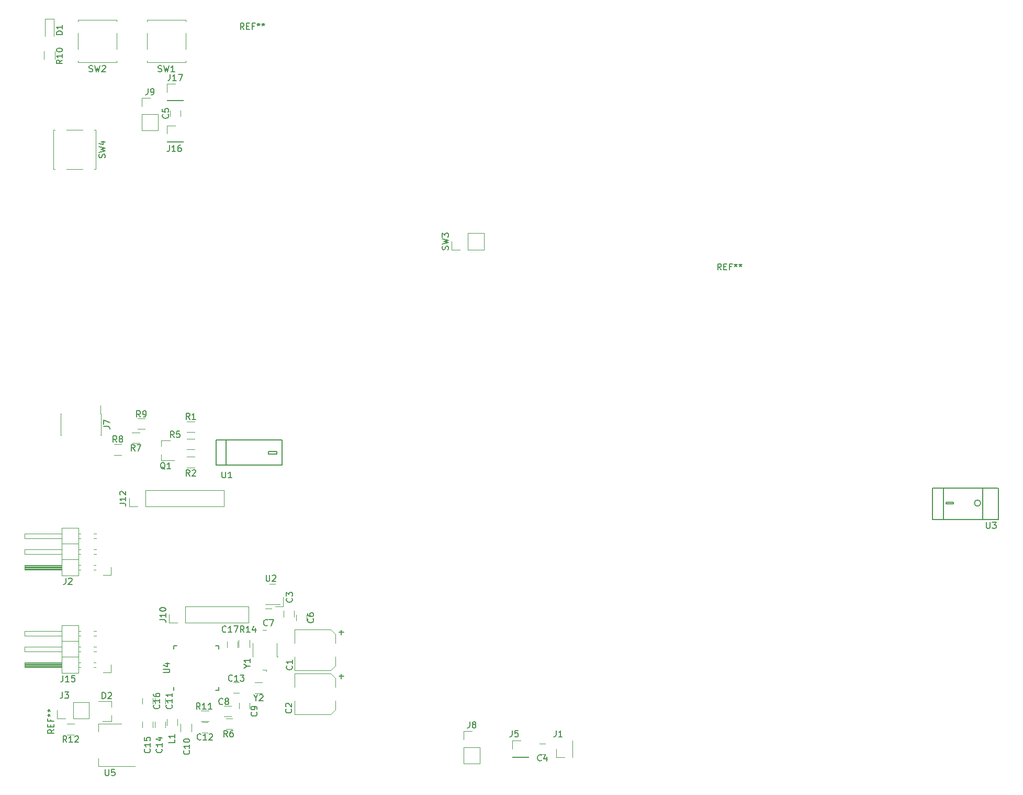
<source format=gto>
G04 #@! TF.FileFunction,Legend,Top*
%FSLAX46Y46*%
G04 Gerber Fmt 4.6, Leading zero omitted, Abs format (unit mm)*
G04 Created by KiCad (PCBNEW 4.0.7) date 05/01/18 21:21:02*
%MOMM*%
%LPD*%
G01*
G04 APERTURE LIST*
%ADD10C,0.020000*%
%ADD11C,0.200000*%
%ADD12C,0.120000*%
%ADD13C,0.150000*%
G04 APERTURE END LIST*
D10*
D11*
X118465600Y-111683800D02*
X118465600Y-111277400D01*
X119837200Y-111683800D02*
X118465600Y-111683800D01*
X119837200Y-111277400D02*
X119837200Y-111683800D01*
X118465600Y-111277400D02*
X119837200Y-111277400D01*
X110032800Y-109474000D02*
X110083600Y-109474000D01*
X110032800Y-113487200D02*
X110032800Y-109474000D01*
X120650000Y-113487200D02*
X110032800Y-113487200D01*
X120650000Y-109474000D02*
X120650000Y-113487200D01*
X110058200Y-109474000D02*
X120650000Y-109474000D01*
D12*
X129284000Y-140843000D02*
X129284000Y-142263000D01*
X122684000Y-140083000D02*
X122684000Y-142263000D01*
X122684000Y-146683000D02*
X122684000Y-144503000D01*
X129284000Y-145923000D02*
X129284000Y-144503000D01*
X122684000Y-140083000D02*
X128524000Y-140083000D01*
X128524000Y-140083000D02*
X129284000Y-140843000D01*
X129284000Y-145923000D02*
X128524000Y-146683000D01*
X128524000Y-146683000D02*
X122684000Y-146683000D01*
X129284000Y-147955000D02*
X129284000Y-149375000D01*
X122684000Y-147195000D02*
X122684000Y-149375000D01*
X122684000Y-153795000D02*
X122684000Y-151615000D01*
X129284000Y-153035000D02*
X129284000Y-151615000D01*
X122684000Y-147195000D02*
X128524000Y-147195000D01*
X128524000Y-147195000D02*
X129284000Y-147955000D01*
X129284000Y-153035000D02*
X128524000Y-153795000D01*
X128524000Y-153795000D02*
X122684000Y-153795000D01*
X83758000Y-41380000D02*
X82358000Y-41380000D01*
X82358000Y-41380000D02*
X82358000Y-44180000D01*
X83758000Y-41380000D02*
X83758000Y-44180000D01*
X93089000Y-154869000D02*
X93089000Y-153939000D01*
X93089000Y-151709000D02*
X93089000Y-152639000D01*
X93089000Y-151709000D02*
X90929000Y-151709000D01*
X93089000Y-154869000D02*
X91629000Y-154869000D01*
X115249000Y-138998000D02*
X115249000Y-136338000D01*
X105029000Y-138998000D02*
X115249000Y-138998000D01*
X105029000Y-136338000D02*
X115249000Y-136338000D01*
X105029000Y-138998000D02*
X105029000Y-136338000D01*
X103759000Y-138998000D02*
X102429000Y-138998000D01*
X102429000Y-138998000D02*
X102429000Y-137668000D01*
X101094000Y-109545000D02*
X101094000Y-110475000D01*
X101094000Y-112705000D02*
X101094000Y-111775000D01*
X101094000Y-112705000D02*
X103254000Y-112705000D01*
X101094000Y-109545000D02*
X102554000Y-109545000D01*
X153349000Y-78673000D02*
X153349000Y-76013000D01*
X150749000Y-78673000D02*
X153349000Y-78673000D01*
X150749000Y-76013000D02*
X153349000Y-76013000D01*
X150749000Y-78673000D02*
X150749000Y-76013000D01*
X149479000Y-78673000D02*
X148149000Y-78673000D01*
X148149000Y-78673000D02*
X148149000Y-77343000D01*
X120826000Y-134866000D02*
X120826000Y-136366000D01*
X120826000Y-136366000D02*
X119626000Y-136366000D01*
X118626000Y-132746000D02*
X119626000Y-132746000D01*
X120376000Y-135986000D02*
X118006000Y-135986000D01*
X90927000Y-155340000D02*
X90927000Y-156600000D01*
X90927000Y-162160000D02*
X90927000Y-160900000D01*
X94687000Y-155340000D02*
X90927000Y-155340000D01*
X96937000Y-162160000D02*
X90927000Y-162160000D01*
X118156000Y-146823000D02*
X118156000Y-146583000D01*
X118156000Y-146583000D02*
X117556000Y-146583000D01*
X117556000Y-140183000D02*
X118156000Y-140183000D01*
X115906000Y-144483000D02*
X115906000Y-142283000D01*
X119806000Y-142283000D02*
X119806000Y-144483000D01*
X119806000Y-144483000D02*
X120046000Y-144483000D01*
X102528000Y-56142000D02*
X102528000Y-57142000D01*
X104228000Y-57142000D02*
X104228000Y-56142000D01*
X122643000Y-138041000D02*
X122643000Y-137041000D01*
X120943000Y-137041000D02*
X120943000Y-138041000D01*
X162314000Y-160235000D02*
X163314000Y-160235000D01*
X163314000Y-158535000D02*
X162314000Y-158535000D01*
X124675000Y-138676000D02*
X124675000Y-137676000D01*
X122975000Y-137676000D02*
X122975000Y-138676000D01*
X117991000Y-138391000D02*
X118991000Y-138391000D01*
X118991000Y-136691000D02*
X117991000Y-136691000D01*
X112641000Y-154471000D02*
X111641000Y-154471000D01*
X111641000Y-156171000D02*
X112641000Y-156171000D01*
X113704000Y-151900000D02*
X113704000Y-152900000D01*
X115404000Y-152900000D02*
X115404000Y-151900000D01*
X103720000Y-155567000D02*
X103720000Y-154567000D01*
X102020000Y-154567000D02*
X102020000Y-155567000D01*
X101815000Y-152138000D02*
X101815000Y-151138000D01*
X100115000Y-151138000D02*
X100115000Y-152138000D01*
X107704000Y-156806000D02*
X108704000Y-156806000D01*
X108704000Y-155106000D02*
X107704000Y-155106000D01*
X113784000Y-148629000D02*
X112784000Y-148629000D01*
X112784000Y-150329000D02*
X113784000Y-150329000D01*
X100115000Y-154948000D02*
X100115000Y-155948000D01*
X101815000Y-155948000D02*
X101815000Y-154948000D01*
X98083000Y-154948000D02*
X98083000Y-155948000D01*
X99783000Y-155948000D02*
X99783000Y-154948000D01*
X99783000Y-152138000D02*
X99783000Y-151138000D01*
X98083000Y-151138000D02*
X98083000Y-152138000D01*
X113499000Y-142994000D02*
X113499000Y-141994000D01*
X111799000Y-141994000D02*
X111799000Y-142994000D01*
X106036000Y-155356000D02*
X106036000Y-156556000D01*
X104276000Y-156556000D02*
X104276000Y-155356000D01*
X105318000Y-106435000D02*
X106518000Y-106435000D01*
X106518000Y-108195000D02*
X105318000Y-108195000D01*
X106518000Y-113910000D02*
X105318000Y-113910000D01*
X105318000Y-112150000D02*
X106518000Y-112150000D01*
X111287000Y-152409000D02*
X112487000Y-152409000D01*
X112487000Y-154169000D02*
X111287000Y-154169000D01*
X96428000Y-108213000D02*
X97628000Y-108213000D01*
X97628000Y-109973000D02*
X96428000Y-109973000D01*
X94707000Y-111878000D02*
X93507000Y-111878000D01*
X93507000Y-110118000D02*
X94707000Y-110118000D01*
X97317000Y-105927000D02*
X98517000Y-105927000D01*
X98517000Y-107687000D02*
X97317000Y-107687000D01*
X83938000Y-46644000D02*
X83938000Y-47844000D01*
X82178000Y-47844000D02*
X82178000Y-46644000D01*
X107604000Y-153171000D02*
X108804000Y-153171000D01*
X108804000Y-154931000D02*
X107604000Y-154931000D01*
X115434000Y-141767000D02*
X115434000Y-142967000D01*
X113674000Y-142967000D02*
X113674000Y-141767000D01*
X91373000Y-105169000D02*
X91373000Y-108699000D01*
X84903000Y-105169000D02*
X84903000Y-108699000D01*
X91308000Y-103844000D02*
X91308000Y-105169000D01*
X91373000Y-105169000D02*
X91308000Y-105169000D01*
X91373000Y-108699000D02*
X91308000Y-108699000D01*
X84968000Y-105169000D02*
X84903000Y-105169000D01*
X84968000Y-108699000D02*
X84903000Y-108699000D01*
X106518000Y-110989000D02*
X105318000Y-110989000D01*
X105318000Y-109229000D02*
X106518000Y-109229000D01*
X85887000Y-155330000D02*
X87087000Y-155330000D01*
X87087000Y-157090000D02*
X85887000Y-157090000D01*
X111312000Y-120202000D02*
X111312000Y-117542000D01*
X98552000Y-120202000D02*
X111312000Y-120202000D01*
X98552000Y-117542000D02*
X111312000Y-117542000D01*
X98552000Y-120202000D02*
X98552000Y-117542000D01*
X97282000Y-120202000D02*
X95952000Y-120202000D01*
X95952000Y-120202000D02*
X95952000Y-118872000D01*
X89468000Y-154492000D02*
X89468000Y-151832000D01*
X86868000Y-154492000D02*
X89468000Y-154492000D01*
X86868000Y-151832000D02*
X89468000Y-151832000D01*
X86868000Y-154492000D02*
X86868000Y-151832000D01*
X85598000Y-154492000D02*
X84268000Y-154492000D01*
X84268000Y-154492000D02*
X84268000Y-153162000D01*
X150054000Y-161731000D02*
X152714000Y-161731000D01*
X150054000Y-159131000D02*
X150054000Y-161731000D01*
X152714000Y-159131000D02*
X152714000Y-161731000D01*
X150054000Y-159131000D02*
X152714000Y-159131000D01*
X150054000Y-157861000D02*
X150054000Y-156531000D01*
X150054000Y-156531000D02*
X151384000Y-156531000D01*
X97984000Y-59369000D02*
X100644000Y-59369000D01*
X97984000Y-56769000D02*
X97984000Y-59369000D01*
X100644000Y-56769000D02*
X100644000Y-59369000D01*
X97984000Y-56769000D02*
X100644000Y-56769000D01*
X97984000Y-55499000D02*
X97984000Y-54169000D01*
X97984000Y-54169000D02*
X99314000Y-54169000D01*
X87714000Y-131378000D02*
X87714000Y-123638000D01*
X87714000Y-123638000D02*
X85054000Y-123638000D01*
X85054000Y-123638000D02*
X85054000Y-131378000D01*
X85054000Y-131378000D02*
X87714000Y-131378000D01*
X85054000Y-130428000D02*
X79054000Y-130428000D01*
X79054000Y-130428000D02*
X79054000Y-129668000D01*
X79054000Y-129668000D02*
X85054000Y-129668000D01*
X85054000Y-130368000D02*
X79054000Y-130368000D01*
X85054000Y-130248000D02*
X79054000Y-130248000D01*
X85054000Y-130128000D02*
X79054000Y-130128000D01*
X85054000Y-130008000D02*
X79054000Y-130008000D01*
X85054000Y-129888000D02*
X79054000Y-129888000D01*
X85054000Y-129768000D02*
X79054000Y-129768000D01*
X88111071Y-130428000D02*
X87714000Y-130428000D01*
X88111071Y-129668000D02*
X87714000Y-129668000D01*
X90584000Y-130428000D02*
X90196929Y-130428000D01*
X90584000Y-129668000D02*
X90196929Y-129668000D01*
X87714000Y-128778000D02*
X85054000Y-128778000D01*
X85054000Y-127888000D02*
X79054000Y-127888000D01*
X79054000Y-127888000D02*
X79054000Y-127128000D01*
X79054000Y-127128000D02*
X85054000Y-127128000D01*
X88111071Y-127888000D02*
X87714000Y-127888000D01*
X88111071Y-127128000D02*
X87714000Y-127128000D01*
X90651071Y-127888000D02*
X90196929Y-127888000D01*
X90651071Y-127128000D02*
X90196929Y-127128000D01*
X87714000Y-126238000D02*
X85054000Y-126238000D01*
X85054000Y-125348000D02*
X79054000Y-125348000D01*
X79054000Y-125348000D02*
X79054000Y-124588000D01*
X79054000Y-124588000D02*
X85054000Y-124588000D01*
X88111071Y-125348000D02*
X87714000Y-125348000D01*
X88111071Y-124588000D02*
X87714000Y-124588000D01*
X90651071Y-125348000D02*
X90196929Y-125348000D01*
X90651071Y-124588000D02*
X90196929Y-124588000D01*
X92964000Y-130048000D02*
X92964000Y-131318000D01*
X92964000Y-131318000D02*
X91694000Y-131318000D01*
X87714000Y-147126000D02*
X87714000Y-139386000D01*
X87714000Y-139386000D02*
X85054000Y-139386000D01*
X85054000Y-139386000D02*
X85054000Y-147126000D01*
X85054000Y-147126000D02*
X87714000Y-147126000D01*
X85054000Y-146176000D02*
X79054000Y-146176000D01*
X79054000Y-146176000D02*
X79054000Y-145416000D01*
X79054000Y-145416000D02*
X85054000Y-145416000D01*
X85054000Y-146116000D02*
X79054000Y-146116000D01*
X85054000Y-145996000D02*
X79054000Y-145996000D01*
X85054000Y-145876000D02*
X79054000Y-145876000D01*
X85054000Y-145756000D02*
X79054000Y-145756000D01*
X85054000Y-145636000D02*
X79054000Y-145636000D01*
X85054000Y-145516000D02*
X79054000Y-145516000D01*
X88111071Y-146176000D02*
X87714000Y-146176000D01*
X88111071Y-145416000D02*
X87714000Y-145416000D01*
X90584000Y-146176000D02*
X90196929Y-146176000D01*
X90584000Y-145416000D02*
X90196929Y-145416000D01*
X87714000Y-144526000D02*
X85054000Y-144526000D01*
X85054000Y-143636000D02*
X79054000Y-143636000D01*
X79054000Y-143636000D02*
X79054000Y-142876000D01*
X79054000Y-142876000D02*
X85054000Y-142876000D01*
X88111071Y-143636000D02*
X87714000Y-143636000D01*
X88111071Y-142876000D02*
X87714000Y-142876000D01*
X90651071Y-143636000D02*
X90196929Y-143636000D01*
X90651071Y-142876000D02*
X90196929Y-142876000D01*
X87714000Y-141986000D02*
X85054000Y-141986000D01*
X85054000Y-141096000D02*
X79054000Y-141096000D01*
X79054000Y-141096000D02*
X79054000Y-140336000D01*
X79054000Y-140336000D02*
X85054000Y-140336000D01*
X88111071Y-141096000D02*
X87714000Y-141096000D01*
X88111071Y-140336000D02*
X87714000Y-140336000D01*
X90651071Y-141096000D02*
X90196929Y-141096000D01*
X90651071Y-140336000D02*
X90196929Y-140336000D01*
X92964000Y-145796000D02*
X92964000Y-147066000D01*
X92964000Y-147066000D02*
X91694000Y-147066000D01*
D13*
X103182000Y-142679000D02*
X103707000Y-142679000D01*
X110432000Y-149929000D02*
X109907000Y-149929000D01*
X110432000Y-142679000D02*
X109907000Y-142679000D01*
X103182000Y-149929000D02*
X103182000Y-149404000D01*
X110432000Y-149929000D02*
X110432000Y-149404000D01*
X110432000Y-142679000D02*
X110432000Y-143204000D01*
X103182000Y-142679000D02*
X103182000Y-143204000D01*
D12*
X167700000Y-160715000D02*
X167700000Y-158055000D01*
X167640000Y-160715000D02*
X167700000Y-160715000D01*
X167640000Y-158055000D02*
X167700000Y-158055000D01*
X167640000Y-160715000D02*
X167640000Y-158055000D01*
X166370000Y-160715000D02*
X165040000Y-160715000D01*
X165040000Y-160715000D02*
X165040000Y-159385000D01*
X157928000Y-160715000D02*
X160588000Y-160715000D01*
X157928000Y-160655000D02*
X157928000Y-160715000D01*
X160588000Y-160655000D02*
X160588000Y-160715000D01*
X157928000Y-160655000D02*
X160588000Y-160655000D01*
X157928000Y-159385000D02*
X157928000Y-158055000D01*
X157928000Y-158055000D02*
X159258000Y-158055000D01*
X102048000Y-61274000D02*
X104708000Y-61274000D01*
X102048000Y-61214000D02*
X102048000Y-61274000D01*
X104708000Y-61214000D02*
X104708000Y-61274000D01*
X102048000Y-61214000D02*
X104708000Y-61214000D01*
X102048000Y-59944000D02*
X102048000Y-58614000D01*
X102048000Y-58614000D02*
X103378000Y-58614000D01*
X102048000Y-54543000D02*
X104708000Y-54543000D01*
X102048000Y-54483000D02*
X102048000Y-54543000D01*
X104708000Y-54483000D02*
X104708000Y-54543000D01*
X102048000Y-54483000D02*
X104708000Y-54483000D01*
X102048000Y-53213000D02*
X102048000Y-51883000D01*
X102048000Y-51883000D02*
X103378000Y-51883000D01*
X116290000Y-148629000D02*
X117490000Y-148629000D01*
X117490000Y-150389000D02*
X116290000Y-150389000D01*
D13*
X111652000Y-113476000D02*
X111652000Y-109476000D01*
X228118300Y-119783700D02*
X229318300Y-119783700D01*
X229318300Y-119783700D02*
X229318300Y-119503700D01*
X229318300Y-119503700D02*
X228118300Y-119503700D01*
X228118300Y-119503700D02*
X228118300Y-119783700D01*
X233718300Y-119643700D02*
G75*
G03X233718300Y-119643700I-500000J0D01*
G01*
X234048300Y-122313700D02*
X234048300Y-117233700D01*
X234048300Y-117233700D02*
X227698300Y-117233700D01*
X227698300Y-117233700D02*
X227698300Y-122313700D01*
X227698300Y-122313700D02*
X234048300Y-122313700D01*
X234048300Y-122313700D02*
X236588300Y-122313700D01*
X236588300Y-122313700D02*
X236588300Y-117233700D01*
X236518300Y-117233700D02*
X225958300Y-117233700D01*
X225958300Y-117233700D02*
X225958300Y-122313700D01*
X225958300Y-122313700D02*
X228498300Y-122313700D01*
D12*
X105131000Y-48158000D02*
X105131000Y-48408000D01*
X105131000Y-48408000D02*
X98831000Y-48408000D01*
X98831000Y-48408000D02*
X98831000Y-48158000D01*
X105131000Y-43658000D02*
X105131000Y-46258000D01*
X98831000Y-41758000D02*
X98831000Y-41508000D01*
X98831000Y-41508000D02*
X105131000Y-41508000D01*
X105131000Y-41508000D02*
X105131000Y-41758000D01*
X98831000Y-46258000D02*
X98831000Y-43658000D01*
X93955000Y-48158000D02*
X93955000Y-48408000D01*
X93955000Y-48408000D02*
X87655000Y-48408000D01*
X87655000Y-48408000D02*
X87655000Y-48158000D01*
X93955000Y-43658000D02*
X93955000Y-46258000D01*
X87655000Y-41758000D02*
X87655000Y-41508000D01*
X87655000Y-41508000D02*
X93955000Y-41508000D01*
X93955000Y-41508000D02*
X93955000Y-41758000D01*
X87655000Y-46258000D02*
X87655000Y-43658000D01*
X90322000Y-59334000D02*
X90572000Y-59334000D01*
X90572000Y-59334000D02*
X90572000Y-65634000D01*
X90572000Y-65634000D02*
X90322000Y-65634000D01*
X85822000Y-59334000D02*
X88422000Y-59334000D01*
X83922000Y-65634000D02*
X83672000Y-65634000D01*
X83672000Y-65634000D02*
X83672000Y-59334000D01*
X83672000Y-59334000D02*
X83922000Y-59334000D01*
X88422000Y-65634000D02*
X85822000Y-65634000D01*
D13*
X122277143Y-145962666D02*
X122324762Y-146010285D01*
X122372381Y-146153142D01*
X122372381Y-146248380D01*
X122324762Y-146391238D01*
X122229524Y-146486476D01*
X122134286Y-146534095D01*
X121943810Y-146581714D01*
X121800952Y-146581714D01*
X121610476Y-146534095D01*
X121515238Y-146486476D01*
X121420000Y-146391238D01*
X121372381Y-146248380D01*
X121372381Y-146153142D01*
X121420000Y-146010285D01*
X121467619Y-145962666D01*
X122372381Y-145010285D02*
X122372381Y-145581714D01*
X122372381Y-145296000D02*
X121372381Y-145296000D01*
X121515238Y-145391238D01*
X121610476Y-145486476D01*
X121658095Y-145581714D01*
X129883048Y-140544429D02*
X130644953Y-140544429D01*
X130264001Y-140925381D02*
X130264001Y-140163476D01*
X122150143Y-152947666D02*
X122197762Y-152995285D01*
X122245381Y-153138142D01*
X122245381Y-153233380D01*
X122197762Y-153376238D01*
X122102524Y-153471476D01*
X122007286Y-153519095D01*
X121816810Y-153566714D01*
X121673952Y-153566714D01*
X121483476Y-153519095D01*
X121388238Y-153471476D01*
X121293000Y-153376238D01*
X121245381Y-153233380D01*
X121245381Y-153138142D01*
X121293000Y-152995285D01*
X121340619Y-152947666D01*
X121340619Y-152566714D02*
X121293000Y-152519095D01*
X121245381Y-152423857D01*
X121245381Y-152185761D01*
X121293000Y-152090523D01*
X121340619Y-152042904D01*
X121435857Y-151995285D01*
X121531095Y-151995285D01*
X121673952Y-152042904D01*
X122245381Y-152614333D01*
X122245381Y-151995285D01*
X129883048Y-147656429D02*
X130644953Y-147656429D01*
X130264001Y-148037381D02*
X130264001Y-147275476D01*
X85161381Y-43918095D02*
X84161381Y-43918095D01*
X84161381Y-43680000D01*
X84209000Y-43537142D01*
X84304238Y-43441904D01*
X84399476Y-43394285D01*
X84589952Y-43346666D01*
X84732810Y-43346666D01*
X84923286Y-43394285D01*
X85018524Y-43441904D01*
X85113762Y-43537142D01*
X85161381Y-43680000D01*
X85161381Y-43918095D01*
X85161381Y-42394285D02*
X85161381Y-42965714D01*
X85161381Y-42680000D02*
X84161381Y-42680000D01*
X84304238Y-42775238D01*
X84399476Y-42870476D01*
X84447095Y-42965714D01*
X91590905Y-151241381D02*
X91590905Y-150241381D01*
X91829000Y-150241381D01*
X91971858Y-150289000D01*
X92067096Y-150384238D01*
X92114715Y-150479476D01*
X92162334Y-150669952D01*
X92162334Y-150812810D01*
X92114715Y-151003286D01*
X92067096Y-151098524D01*
X91971858Y-151193762D01*
X91829000Y-151241381D01*
X91590905Y-151241381D01*
X92543286Y-150336619D02*
X92590905Y-150289000D01*
X92686143Y-150241381D01*
X92924239Y-150241381D01*
X93019477Y-150289000D01*
X93067096Y-150336619D01*
X93114715Y-150431857D01*
X93114715Y-150527095D01*
X93067096Y-150669952D01*
X92495667Y-151241381D01*
X93114715Y-151241381D01*
X100881381Y-138477523D02*
X101595667Y-138477523D01*
X101738524Y-138525143D01*
X101833762Y-138620381D01*
X101881381Y-138763238D01*
X101881381Y-138858476D01*
X101881381Y-137477523D02*
X101881381Y-138048952D01*
X101881381Y-137763238D02*
X100881381Y-137763238D01*
X101024238Y-137858476D01*
X101119476Y-137953714D01*
X101167095Y-138048952D01*
X100881381Y-136858476D02*
X100881381Y-136763237D01*
X100929000Y-136667999D01*
X100976619Y-136620380D01*
X101071857Y-136572761D01*
X101262333Y-136525142D01*
X101500429Y-136525142D01*
X101690905Y-136572761D01*
X101786143Y-136620380D01*
X101833762Y-136667999D01*
X101881381Y-136763237D01*
X101881381Y-136858476D01*
X101833762Y-136953714D01*
X101786143Y-137001333D01*
X101690905Y-137048952D01*
X101500429Y-137096571D01*
X101262333Y-137096571D01*
X101071857Y-137048952D01*
X100976619Y-137001333D01*
X100929000Y-136953714D01*
X100881381Y-136858476D01*
X101758762Y-114172619D02*
X101663524Y-114125000D01*
X101568286Y-114029762D01*
X101425429Y-113886905D01*
X101330190Y-113839286D01*
X101234952Y-113839286D01*
X101282571Y-114077381D02*
X101187333Y-114029762D01*
X101092095Y-113934524D01*
X101044476Y-113744048D01*
X101044476Y-113410714D01*
X101092095Y-113220238D01*
X101187333Y-113125000D01*
X101282571Y-113077381D01*
X101473048Y-113077381D01*
X101568286Y-113125000D01*
X101663524Y-113220238D01*
X101711143Y-113410714D01*
X101711143Y-113744048D01*
X101663524Y-113934524D01*
X101568286Y-114029762D01*
X101473048Y-114077381D01*
X101282571Y-114077381D01*
X102663524Y-114077381D02*
X102092095Y-114077381D01*
X102377809Y-114077381D02*
X102377809Y-113077381D01*
X102282571Y-113220238D01*
X102187333Y-113315476D01*
X102092095Y-113363095D01*
X147553762Y-78676333D02*
X147601381Y-78533476D01*
X147601381Y-78295380D01*
X147553762Y-78200142D01*
X147506143Y-78152523D01*
X147410905Y-78104904D01*
X147315667Y-78104904D01*
X147220429Y-78152523D01*
X147172810Y-78200142D01*
X147125190Y-78295380D01*
X147077571Y-78485857D01*
X147029952Y-78581095D01*
X146982333Y-78628714D01*
X146887095Y-78676333D01*
X146791857Y-78676333D01*
X146696619Y-78628714D01*
X146649000Y-78581095D01*
X146601381Y-78485857D01*
X146601381Y-78247761D01*
X146649000Y-78104904D01*
X146601381Y-77771571D02*
X147601381Y-77533476D01*
X146887095Y-77342999D01*
X147601381Y-77152523D01*
X146601381Y-76914428D01*
X146601381Y-76628714D02*
X146601381Y-76009666D01*
X146982333Y-76343000D01*
X146982333Y-76200142D01*
X147029952Y-76104904D01*
X147077571Y-76057285D01*
X147172810Y-76009666D01*
X147410905Y-76009666D01*
X147506143Y-76057285D01*
X147553762Y-76104904D01*
X147601381Y-76200142D01*
X147601381Y-76485857D01*
X147553762Y-76581095D01*
X147506143Y-76628714D01*
X118110095Y-131278381D02*
X118110095Y-132087905D01*
X118157714Y-132183143D01*
X118205333Y-132230762D01*
X118300571Y-132278381D01*
X118491048Y-132278381D01*
X118586286Y-132230762D01*
X118633905Y-132183143D01*
X118681524Y-132087905D01*
X118681524Y-131278381D01*
X119110095Y-131373619D02*
X119157714Y-131326000D01*
X119252952Y-131278381D01*
X119491048Y-131278381D01*
X119586286Y-131326000D01*
X119633905Y-131373619D01*
X119681524Y-131468857D01*
X119681524Y-131564095D01*
X119633905Y-131706952D01*
X119062476Y-132278381D01*
X119681524Y-132278381D01*
X92075095Y-162702381D02*
X92075095Y-163511905D01*
X92122714Y-163607143D01*
X92170333Y-163654762D01*
X92265571Y-163702381D01*
X92456048Y-163702381D01*
X92551286Y-163654762D01*
X92598905Y-163607143D01*
X92646524Y-163511905D01*
X92646524Y-162702381D01*
X93598905Y-162702381D02*
X93122714Y-162702381D01*
X93075095Y-163178571D01*
X93122714Y-163130952D01*
X93217952Y-163083333D01*
X93456048Y-163083333D01*
X93551286Y-163130952D01*
X93598905Y-163178571D01*
X93646524Y-163273810D01*
X93646524Y-163511905D01*
X93598905Y-163607143D01*
X93551286Y-163654762D01*
X93456048Y-163702381D01*
X93217952Y-163702381D01*
X93122714Y-163654762D01*
X93075095Y-163607143D01*
X115038190Y-146018191D02*
X115514381Y-146018191D01*
X114514381Y-146351524D02*
X115038190Y-146018191D01*
X114514381Y-145684857D01*
X115514381Y-144827714D02*
X115514381Y-145399143D01*
X115514381Y-145113429D02*
X114514381Y-145113429D01*
X114657238Y-145208667D01*
X114752476Y-145303905D01*
X114800095Y-145399143D01*
X102235143Y-56808666D02*
X102282762Y-56856285D01*
X102330381Y-56999142D01*
X102330381Y-57094380D01*
X102282762Y-57237238D01*
X102187524Y-57332476D01*
X102092286Y-57380095D01*
X101901810Y-57427714D01*
X101758952Y-57427714D01*
X101568476Y-57380095D01*
X101473238Y-57332476D01*
X101378000Y-57237238D01*
X101330381Y-57094380D01*
X101330381Y-56999142D01*
X101378000Y-56856285D01*
X101425619Y-56808666D01*
X101330381Y-55903904D02*
X101330381Y-56380095D01*
X101806571Y-56427714D01*
X101758952Y-56380095D01*
X101711333Y-56284857D01*
X101711333Y-56046761D01*
X101758952Y-55951523D01*
X101806571Y-55903904D01*
X101901810Y-55856285D01*
X102139905Y-55856285D01*
X102235143Y-55903904D01*
X102282762Y-55951523D01*
X102330381Y-56046761D01*
X102330381Y-56284857D01*
X102282762Y-56380095D01*
X102235143Y-56427714D01*
X122277143Y-135040666D02*
X122324762Y-135088285D01*
X122372381Y-135231142D01*
X122372381Y-135326380D01*
X122324762Y-135469238D01*
X122229524Y-135564476D01*
X122134286Y-135612095D01*
X121943810Y-135659714D01*
X121800952Y-135659714D01*
X121610476Y-135612095D01*
X121515238Y-135564476D01*
X121420000Y-135469238D01*
X121372381Y-135326380D01*
X121372381Y-135231142D01*
X121420000Y-135088285D01*
X121467619Y-135040666D01*
X121372381Y-134707333D02*
X121372381Y-134088285D01*
X121753333Y-134421619D01*
X121753333Y-134278761D01*
X121800952Y-134183523D01*
X121848571Y-134135904D01*
X121943810Y-134088285D01*
X122181905Y-134088285D01*
X122277143Y-134135904D01*
X122324762Y-134183523D01*
X122372381Y-134278761D01*
X122372381Y-134564476D01*
X122324762Y-134659714D01*
X122277143Y-134707333D01*
X162647334Y-161242143D02*
X162599715Y-161289762D01*
X162456858Y-161337381D01*
X162361620Y-161337381D01*
X162218762Y-161289762D01*
X162123524Y-161194524D01*
X162075905Y-161099286D01*
X162028286Y-160908810D01*
X162028286Y-160765952D01*
X162075905Y-160575476D01*
X162123524Y-160480238D01*
X162218762Y-160385000D01*
X162361620Y-160337381D01*
X162456858Y-160337381D01*
X162599715Y-160385000D01*
X162647334Y-160432619D01*
X163504477Y-160670714D02*
X163504477Y-161337381D01*
X163266381Y-160289762D02*
X163028286Y-161004048D01*
X163647334Y-161004048D01*
X125706143Y-138342666D02*
X125753762Y-138390285D01*
X125801381Y-138533142D01*
X125801381Y-138628380D01*
X125753762Y-138771238D01*
X125658524Y-138866476D01*
X125563286Y-138914095D01*
X125372810Y-138961714D01*
X125229952Y-138961714D01*
X125039476Y-138914095D01*
X124944238Y-138866476D01*
X124849000Y-138771238D01*
X124801381Y-138628380D01*
X124801381Y-138533142D01*
X124849000Y-138390285D01*
X124896619Y-138342666D01*
X124801381Y-137485523D02*
X124801381Y-137676000D01*
X124849000Y-137771238D01*
X124896619Y-137818857D01*
X125039476Y-137914095D01*
X125229952Y-137961714D01*
X125610905Y-137961714D01*
X125706143Y-137914095D01*
X125753762Y-137866476D01*
X125801381Y-137771238D01*
X125801381Y-137580761D01*
X125753762Y-137485523D01*
X125706143Y-137437904D01*
X125610905Y-137390285D01*
X125372810Y-137390285D01*
X125277571Y-137437904D01*
X125229952Y-137485523D01*
X125182333Y-137580761D01*
X125182333Y-137771238D01*
X125229952Y-137866476D01*
X125277571Y-137914095D01*
X125372810Y-137961714D01*
X118324334Y-139398143D02*
X118276715Y-139445762D01*
X118133858Y-139493381D01*
X118038620Y-139493381D01*
X117895762Y-139445762D01*
X117800524Y-139350524D01*
X117752905Y-139255286D01*
X117705286Y-139064810D01*
X117705286Y-138921952D01*
X117752905Y-138731476D01*
X117800524Y-138636238D01*
X117895762Y-138541000D01*
X118038620Y-138493381D01*
X118133858Y-138493381D01*
X118276715Y-138541000D01*
X118324334Y-138588619D01*
X118657667Y-138493381D02*
X119324334Y-138493381D01*
X118895762Y-139493381D01*
X111085334Y-152122143D02*
X111037715Y-152169762D01*
X110894858Y-152217381D01*
X110799620Y-152217381D01*
X110656762Y-152169762D01*
X110561524Y-152074524D01*
X110513905Y-151979286D01*
X110466286Y-151788810D01*
X110466286Y-151645952D01*
X110513905Y-151455476D01*
X110561524Y-151360238D01*
X110656762Y-151265000D01*
X110799620Y-151217381D01*
X110894858Y-151217381D01*
X111037715Y-151265000D01*
X111085334Y-151312619D01*
X111656762Y-151645952D02*
X111561524Y-151598333D01*
X111513905Y-151550714D01*
X111466286Y-151455476D01*
X111466286Y-151407857D01*
X111513905Y-151312619D01*
X111561524Y-151265000D01*
X111656762Y-151217381D01*
X111847239Y-151217381D01*
X111942477Y-151265000D01*
X111990096Y-151312619D01*
X112037715Y-151407857D01*
X112037715Y-151455476D01*
X111990096Y-151550714D01*
X111942477Y-151598333D01*
X111847239Y-151645952D01*
X111656762Y-151645952D01*
X111561524Y-151693571D01*
X111513905Y-151741190D01*
X111466286Y-151836429D01*
X111466286Y-152026905D01*
X111513905Y-152122143D01*
X111561524Y-152169762D01*
X111656762Y-152217381D01*
X111847239Y-152217381D01*
X111942477Y-152169762D01*
X111990096Y-152122143D01*
X112037715Y-152026905D01*
X112037715Y-151836429D01*
X111990096Y-151741190D01*
X111942477Y-151693571D01*
X111847239Y-151645952D01*
X116562143Y-153455666D02*
X116609762Y-153503285D01*
X116657381Y-153646142D01*
X116657381Y-153741380D01*
X116609762Y-153884238D01*
X116514524Y-153979476D01*
X116419286Y-154027095D01*
X116228810Y-154074714D01*
X116085952Y-154074714D01*
X115895476Y-154027095D01*
X115800238Y-153979476D01*
X115705000Y-153884238D01*
X115657381Y-153741380D01*
X115657381Y-153646142D01*
X115705000Y-153503285D01*
X115752619Y-153455666D01*
X116657381Y-152979476D02*
X116657381Y-152789000D01*
X116609762Y-152693761D01*
X116562143Y-152646142D01*
X116419286Y-152550904D01*
X116228810Y-152503285D01*
X115847857Y-152503285D01*
X115752619Y-152550904D01*
X115705000Y-152598523D01*
X115657381Y-152693761D01*
X115657381Y-152884238D01*
X115705000Y-152979476D01*
X115752619Y-153027095D01*
X115847857Y-153074714D01*
X116085952Y-153074714D01*
X116181190Y-153027095D01*
X116228810Y-152979476D01*
X116276429Y-152884238D01*
X116276429Y-152693761D01*
X116228810Y-152598523D01*
X116181190Y-152550904D01*
X116085952Y-152503285D01*
X105640143Y-159646857D02*
X105687762Y-159694476D01*
X105735381Y-159837333D01*
X105735381Y-159932571D01*
X105687762Y-160075429D01*
X105592524Y-160170667D01*
X105497286Y-160218286D01*
X105306810Y-160265905D01*
X105163952Y-160265905D01*
X104973476Y-160218286D01*
X104878238Y-160170667D01*
X104783000Y-160075429D01*
X104735381Y-159932571D01*
X104735381Y-159837333D01*
X104783000Y-159694476D01*
X104830619Y-159646857D01*
X105735381Y-158694476D02*
X105735381Y-159265905D01*
X105735381Y-158980191D02*
X104735381Y-158980191D01*
X104878238Y-159075429D01*
X104973476Y-159170667D01*
X105021095Y-159265905D01*
X104735381Y-158075429D02*
X104735381Y-157980190D01*
X104783000Y-157884952D01*
X104830619Y-157837333D01*
X104925857Y-157789714D01*
X105116333Y-157742095D01*
X105354429Y-157742095D01*
X105544905Y-157789714D01*
X105640143Y-157837333D01*
X105687762Y-157884952D01*
X105735381Y-157980190D01*
X105735381Y-158075429D01*
X105687762Y-158170667D01*
X105640143Y-158218286D01*
X105544905Y-158265905D01*
X105354429Y-158313524D01*
X105116333Y-158313524D01*
X104925857Y-158265905D01*
X104830619Y-158218286D01*
X104783000Y-158170667D01*
X104735381Y-158075429D01*
X102822143Y-152280857D02*
X102869762Y-152328476D01*
X102917381Y-152471333D01*
X102917381Y-152566571D01*
X102869762Y-152709429D01*
X102774524Y-152804667D01*
X102679286Y-152852286D01*
X102488810Y-152899905D01*
X102345952Y-152899905D01*
X102155476Y-152852286D01*
X102060238Y-152804667D01*
X101965000Y-152709429D01*
X101917381Y-152566571D01*
X101917381Y-152471333D01*
X101965000Y-152328476D01*
X102012619Y-152280857D01*
X102917381Y-151328476D02*
X102917381Y-151899905D01*
X102917381Y-151614191D02*
X101917381Y-151614191D01*
X102060238Y-151709429D01*
X102155476Y-151804667D01*
X102203095Y-151899905D01*
X102917381Y-150376095D02*
X102917381Y-150947524D01*
X102917381Y-150661810D02*
X101917381Y-150661810D01*
X102060238Y-150757048D01*
X102155476Y-150852286D01*
X102203095Y-150947524D01*
X107561143Y-157837143D02*
X107513524Y-157884762D01*
X107370667Y-157932381D01*
X107275429Y-157932381D01*
X107132571Y-157884762D01*
X107037333Y-157789524D01*
X106989714Y-157694286D01*
X106942095Y-157503810D01*
X106942095Y-157360952D01*
X106989714Y-157170476D01*
X107037333Y-157075238D01*
X107132571Y-156980000D01*
X107275429Y-156932381D01*
X107370667Y-156932381D01*
X107513524Y-156980000D01*
X107561143Y-157027619D01*
X108513524Y-157932381D02*
X107942095Y-157932381D01*
X108227809Y-157932381D02*
X108227809Y-156932381D01*
X108132571Y-157075238D01*
X108037333Y-157170476D01*
X107942095Y-157218095D01*
X108894476Y-157027619D02*
X108942095Y-156980000D01*
X109037333Y-156932381D01*
X109275429Y-156932381D01*
X109370667Y-156980000D01*
X109418286Y-157027619D01*
X109465905Y-157122857D01*
X109465905Y-157218095D01*
X109418286Y-157360952D01*
X108846857Y-157932381D01*
X109465905Y-157932381D01*
X112641143Y-148336143D02*
X112593524Y-148383762D01*
X112450667Y-148431381D01*
X112355429Y-148431381D01*
X112212571Y-148383762D01*
X112117333Y-148288524D01*
X112069714Y-148193286D01*
X112022095Y-148002810D01*
X112022095Y-147859952D01*
X112069714Y-147669476D01*
X112117333Y-147574238D01*
X112212571Y-147479000D01*
X112355429Y-147431381D01*
X112450667Y-147431381D01*
X112593524Y-147479000D01*
X112641143Y-147526619D01*
X113593524Y-148431381D02*
X113022095Y-148431381D01*
X113307809Y-148431381D02*
X113307809Y-147431381D01*
X113212571Y-147574238D01*
X113117333Y-147669476D01*
X113022095Y-147717095D01*
X113926857Y-147431381D02*
X114545905Y-147431381D01*
X114212571Y-147812333D01*
X114355429Y-147812333D01*
X114450667Y-147859952D01*
X114498286Y-147907571D01*
X114545905Y-148002810D01*
X114545905Y-148240905D01*
X114498286Y-148336143D01*
X114450667Y-148383762D01*
X114355429Y-148431381D01*
X114069714Y-148431381D01*
X113974476Y-148383762D01*
X113926857Y-148336143D01*
X101195143Y-159392857D02*
X101242762Y-159440476D01*
X101290381Y-159583333D01*
X101290381Y-159678571D01*
X101242762Y-159821429D01*
X101147524Y-159916667D01*
X101052286Y-159964286D01*
X100861810Y-160011905D01*
X100718952Y-160011905D01*
X100528476Y-159964286D01*
X100433238Y-159916667D01*
X100338000Y-159821429D01*
X100290381Y-159678571D01*
X100290381Y-159583333D01*
X100338000Y-159440476D01*
X100385619Y-159392857D01*
X101290381Y-158440476D02*
X101290381Y-159011905D01*
X101290381Y-158726191D02*
X100290381Y-158726191D01*
X100433238Y-158821429D01*
X100528476Y-158916667D01*
X100576095Y-159011905D01*
X100623714Y-157583333D02*
X101290381Y-157583333D01*
X100242762Y-157821429D02*
X100957048Y-158059524D01*
X100957048Y-157440476D01*
X99290143Y-159392857D02*
X99337762Y-159440476D01*
X99385381Y-159583333D01*
X99385381Y-159678571D01*
X99337762Y-159821429D01*
X99242524Y-159916667D01*
X99147286Y-159964286D01*
X98956810Y-160011905D01*
X98813952Y-160011905D01*
X98623476Y-159964286D01*
X98528238Y-159916667D01*
X98433000Y-159821429D01*
X98385381Y-159678571D01*
X98385381Y-159583333D01*
X98433000Y-159440476D01*
X98480619Y-159392857D01*
X99385381Y-158440476D02*
X99385381Y-159011905D01*
X99385381Y-158726191D02*
X98385381Y-158726191D01*
X98528238Y-158821429D01*
X98623476Y-158916667D01*
X98671095Y-159011905D01*
X98385381Y-157535714D02*
X98385381Y-158011905D01*
X98861571Y-158059524D01*
X98813952Y-158011905D01*
X98766333Y-157916667D01*
X98766333Y-157678571D01*
X98813952Y-157583333D01*
X98861571Y-157535714D01*
X98956810Y-157488095D01*
X99194905Y-157488095D01*
X99290143Y-157535714D01*
X99337762Y-157583333D01*
X99385381Y-157678571D01*
X99385381Y-157916667D01*
X99337762Y-158011905D01*
X99290143Y-158059524D01*
X100790143Y-152280857D02*
X100837762Y-152328476D01*
X100885381Y-152471333D01*
X100885381Y-152566571D01*
X100837762Y-152709429D01*
X100742524Y-152804667D01*
X100647286Y-152852286D01*
X100456810Y-152899905D01*
X100313952Y-152899905D01*
X100123476Y-152852286D01*
X100028238Y-152804667D01*
X99933000Y-152709429D01*
X99885381Y-152566571D01*
X99885381Y-152471333D01*
X99933000Y-152328476D01*
X99980619Y-152280857D01*
X100885381Y-151328476D02*
X100885381Y-151899905D01*
X100885381Y-151614191D02*
X99885381Y-151614191D01*
X100028238Y-151709429D01*
X100123476Y-151804667D01*
X100171095Y-151899905D01*
X99885381Y-150471333D02*
X99885381Y-150661810D01*
X99933000Y-150757048D01*
X99980619Y-150804667D01*
X100123476Y-150899905D01*
X100313952Y-150947524D01*
X100694905Y-150947524D01*
X100790143Y-150899905D01*
X100837762Y-150852286D01*
X100885381Y-150757048D01*
X100885381Y-150566571D01*
X100837762Y-150471333D01*
X100790143Y-150423714D01*
X100694905Y-150376095D01*
X100456810Y-150376095D01*
X100361571Y-150423714D01*
X100313952Y-150471333D01*
X100266333Y-150566571D01*
X100266333Y-150757048D01*
X100313952Y-150852286D01*
X100361571Y-150899905D01*
X100456810Y-150947524D01*
X111625143Y-140438143D02*
X111577524Y-140485762D01*
X111434667Y-140533381D01*
X111339429Y-140533381D01*
X111196571Y-140485762D01*
X111101333Y-140390524D01*
X111053714Y-140295286D01*
X111006095Y-140104810D01*
X111006095Y-139961952D01*
X111053714Y-139771476D01*
X111101333Y-139676238D01*
X111196571Y-139581000D01*
X111339429Y-139533381D01*
X111434667Y-139533381D01*
X111577524Y-139581000D01*
X111625143Y-139628619D01*
X112577524Y-140533381D02*
X112006095Y-140533381D01*
X112291809Y-140533381D02*
X112291809Y-139533381D01*
X112196571Y-139676238D01*
X112101333Y-139771476D01*
X112006095Y-139819095D01*
X112910857Y-139533381D02*
X113577524Y-139533381D01*
X113148952Y-140533381D01*
X103322381Y-157900666D02*
X103322381Y-158376857D01*
X102322381Y-158376857D01*
X103322381Y-157043523D02*
X103322381Y-157614952D01*
X103322381Y-157329238D02*
X102322381Y-157329238D01*
X102465238Y-157424476D01*
X102560476Y-157519714D01*
X102608095Y-157614952D01*
X105751334Y-106116381D02*
X105418000Y-105640190D01*
X105179905Y-106116381D02*
X105179905Y-105116381D01*
X105560858Y-105116381D01*
X105656096Y-105164000D01*
X105703715Y-105211619D01*
X105751334Y-105306857D01*
X105751334Y-105449714D01*
X105703715Y-105544952D01*
X105656096Y-105592571D01*
X105560858Y-105640190D01*
X105179905Y-105640190D01*
X106703715Y-106116381D02*
X106132286Y-106116381D01*
X106418000Y-106116381D02*
X106418000Y-105116381D01*
X106322762Y-105259238D01*
X106227524Y-105354476D01*
X106132286Y-105402095D01*
X105751334Y-115260381D02*
X105418000Y-114784190D01*
X105179905Y-115260381D02*
X105179905Y-114260381D01*
X105560858Y-114260381D01*
X105656096Y-114308000D01*
X105703715Y-114355619D01*
X105751334Y-114450857D01*
X105751334Y-114593714D01*
X105703715Y-114688952D01*
X105656096Y-114736571D01*
X105560858Y-114784190D01*
X105179905Y-114784190D01*
X106132286Y-114355619D02*
X106179905Y-114308000D01*
X106275143Y-114260381D01*
X106513239Y-114260381D01*
X106608477Y-114308000D01*
X106656096Y-114355619D01*
X106703715Y-114450857D01*
X106703715Y-114546095D01*
X106656096Y-114688952D01*
X106084667Y-115260381D01*
X106703715Y-115260381D01*
X111847334Y-157424381D02*
X111514000Y-156948190D01*
X111275905Y-157424381D02*
X111275905Y-156424381D01*
X111656858Y-156424381D01*
X111752096Y-156472000D01*
X111799715Y-156519619D01*
X111847334Y-156614857D01*
X111847334Y-156757714D01*
X111799715Y-156852952D01*
X111752096Y-156900571D01*
X111656858Y-156948190D01*
X111275905Y-156948190D01*
X112704477Y-156424381D02*
X112514000Y-156424381D01*
X112418762Y-156472000D01*
X112371143Y-156519619D01*
X112275905Y-156662476D01*
X112228286Y-156852952D01*
X112228286Y-157233905D01*
X112275905Y-157329143D01*
X112323524Y-157376762D01*
X112418762Y-157424381D01*
X112609239Y-157424381D01*
X112704477Y-157376762D01*
X112752096Y-157329143D01*
X112799715Y-157233905D01*
X112799715Y-156995810D01*
X112752096Y-156900571D01*
X112704477Y-156852952D01*
X112609239Y-156805333D01*
X112418762Y-156805333D01*
X112323524Y-156852952D01*
X112275905Y-156900571D01*
X112228286Y-156995810D01*
X96861334Y-111195381D02*
X96528000Y-110719190D01*
X96289905Y-111195381D02*
X96289905Y-110195381D01*
X96670858Y-110195381D01*
X96766096Y-110243000D01*
X96813715Y-110290619D01*
X96861334Y-110385857D01*
X96861334Y-110528714D01*
X96813715Y-110623952D01*
X96766096Y-110671571D01*
X96670858Y-110719190D01*
X96289905Y-110719190D01*
X97194667Y-110195381D02*
X97861334Y-110195381D01*
X97432762Y-111195381D01*
X93940334Y-109800381D02*
X93607000Y-109324190D01*
X93368905Y-109800381D02*
X93368905Y-108800381D01*
X93749858Y-108800381D01*
X93845096Y-108848000D01*
X93892715Y-108895619D01*
X93940334Y-108990857D01*
X93940334Y-109133714D01*
X93892715Y-109228952D01*
X93845096Y-109276571D01*
X93749858Y-109324190D01*
X93368905Y-109324190D01*
X94511762Y-109228952D02*
X94416524Y-109181333D01*
X94368905Y-109133714D01*
X94321286Y-109038476D01*
X94321286Y-108990857D01*
X94368905Y-108895619D01*
X94416524Y-108848000D01*
X94511762Y-108800381D01*
X94702239Y-108800381D01*
X94797477Y-108848000D01*
X94845096Y-108895619D01*
X94892715Y-108990857D01*
X94892715Y-109038476D01*
X94845096Y-109133714D01*
X94797477Y-109181333D01*
X94702239Y-109228952D01*
X94511762Y-109228952D01*
X94416524Y-109276571D01*
X94368905Y-109324190D01*
X94321286Y-109419429D01*
X94321286Y-109609905D01*
X94368905Y-109705143D01*
X94416524Y-109752762D01*
X94511762Y-109800381D01*
X94702239Y-109800381D01*
X94797477Y-109752762D01*
X94845096Y-109705143D01*
X94892715Y-109609905D01*
X94892715Y-109419429D01*
X94845096Y-109324190D01*
X94797477Y-109276571D01*
X94702239Y-109228952D01*
X97750334Y-105735381D02*
X97417000Y-105259190D01*
X97178905Y-105735381D02*
X97178905Y-104735381D01*
X97559858Y-104735381D01*
X97655096Y-104783000D01*
X97702715Y-104830619D01*
X97750334Y-104925857D01*
X97750334Y-105068714D01*
X97702715Y-105163952D01*
X97655096Y-105211571D01*
X97559858Y-105259190D01*
X97178905Y-105259190D01*
X98226524Y-105735381D02*
X98417000Y-105735381D01*
X98512239Y-105687762D01*
X98559858Y-105640143D01*
X98655096Y-105497286D01*
X98702715Y-105306810D01*
X98702715Y-104925857D01*
X98655096Y-104830619D01*
X98607477Y-104783000D01*
X98512239Y-104735381D01*
X98321762Y-104735381D01*
X98226524Y-104783000D01*
X98178905Y-104830619D01*
X98131286Y-104925857D01*
X98131286Y-105163952D01*
X98178905Y-105259190D01*
X98226524Y-105306810D01*
X98321762Y-105354429D01*
X98512239Y-105354429D01*
X98607477Y-105306810D01*
X98655096Y-105259190D01*
X98702715Y-105163952D01*
X85161381Y-48013857D02*
X84685190Y-48347191D01*
X85161381Y-48585286D02*
X84161381Y-48585286D01*
X84161381Y-48204333D01*
X84209000Y-48109095D01*
X84256619Y-48061476D01*
X84351857Y-48013857D01*
X84494714Y-48013857D01*
X84589952Y-48061476D01*
X84637571Y-48109095D01*
X84685190Y-48204333D01*
X84685190Y-48585286D01*
X85161381Y-47061476D02*
X85161381Y-47632905D01*
X85161381Y-47347191D02*
X84161381Y-47347191D01*
X84304238Y-47442429D01*
X84399476Y-47537667D01*
X84447095Y-47632905D01*
X84161381Y-46442429D02*
X84161381Y-46347190D01*
X84209000Y-46251952D01*
X84256619Y-46204333D01*
X84351857Y-46156714D01*
X84542333Y-46109095D01*
X84780429Y-46109095D01*
X84970905Y-46156714D01*
X85066143Y-46204333D01*
X85113762Y-46251952D01*
X85161381Y-46347190D01*
X85161381Y-46442429D01*
X85113762Y-46537667D01*
X85066143Y-46585286D01*
X84970905Y-46632905D01*
X84780429Y-46680524D01*
X84542333Y-46680524D01*
X84351857Y-46632905D01*
X84256619Y-46585286D01*
X84209000Y-46537667D01*
X84161381Y-46442429D01*
X107434143Y-152979381D02*
X107100809Y-152503190D01*
X106862714Y-152979381D02*
X106862714Y-151979381D01*
X107243667Y-151979381D01*
X107338905Y-152027000D01*
X107386524Y-152074619D01*
X107434143Y-152169857D01*
X107434143Y-152312714D01*
X107386524Y-152407952D01*
X107338905Y-152455571D01*
X107243667Y-152503190D01*
X106862714Y-152503190D01*
X108386524Y-152979381D02*
X107815095Y-152979381D01*
X108100809Y-152979381D02*
X108100809Y-151979381D01*
X108005571Y-152122238D01*
X107910333Y-152217476D01*
X107815095Y-152265095D01*
X109338905Y-152979381D02*
X108767476Y-152979381D01*
X109053190Y-152979381D02*
X109053190Y-151979381D01*
X108957952Y-152122238D01*
X108862714Y-152217476D01*
X108767476Y-152265095D01*
X114546143Y-140533381D02*
X114212809Y-140057190D01*
X113974714Y-140533381D02*
X113974714Y-139533381D01*
X114355667Y-139533381D01*
X114450905Y-139581000D01*
X114498524Y-139628619D01*
X114546143Y-139723857D01*
X114546143Y-139866714D01*
X114498524Y-139961952D01*
X114450905Y-140009571D01*
X114355667Y-140057190D01*
X113974714Y-140057190D01*
X115498524Y-140533381D02*
X114927095Y-140533381D01*
X115212809Y-140533381D02*
X115212809Y-139533381D01*
X115117571Y-139676238D01*
X115022333Y-139771476D01*
X114927095Y-139819095D01*
X116355667Y-139866714D02*
X116355667Y-140533381D01*
X116117571Y-139485762D02*
X115879476Y-140200048D01*
X116498524Y-140200048D01*
X91825381Y-107267333D02*
X92539667Y-107267333D01*
X92682524Y-107314953D01*
X92777762Y-107410191D01*
X92825381Y-107553048D01*
X92825381Y-107648286D01*
X91825381Y-106886381D02*
X91825381Y-106219714D01*
X92825381Y-106648286D01*
X103211334Y-109037381D02*
X102878000Y-108561190D01*
X102639905Y-109037381D02*
X102639905Y-108037381D01*
X103020858Y-108037381D01*
X103116096Y-108085000D01*
X103163715Y-108132619D01*
X103211334Y-108227857D01*
X103211334Y-108370714D01*
X103163715Y-108465952D01*
X103116096Y-108513571D01*
X103020858Y-108561190D01*
X102639905Y-108561190D01*
X104116096Y-108037381D02*
X103639905Y-108037381D01*
X103592286Y-108513571D01*
X103639905Y-108465952D01*
X103735143Y-108418333D01*
X103973239Y-108418333D01*
X104068477Y-108465952D01*
X104116096Y-108513571D01*
X104163715Y-108608810D01*
X104163715Y-108846905D01*
X104116096Y-108942143D01*
X104068477Y-108989762D01*
X103973239Y-109037381D01*
X103735143Y-109037381D01*
X103639905Y-108989762D01*
X103592286Y-108942143D01*
X85844143Y-158312381D02*
X85510809Y-157836190D01*
X85272714Y-158312381D02*
X85272714Y-157312381D01*
X85653667Y-157312381D01*
X85748905Y-157360000D01*
X85796524Y-157407619D01*
X85844143Y-157502857D01*
X85844143Y-157645714D01*
X85796524Y-157740952D01*
X85748905Y-157788571D01*
X85653667Y-157836190D01*
X85272714Y-157836190D01*
X86796524Y-158312381D02*
X86225095Y-158312381D01*
X86510809Y-158312381D02*
X86510809Y-157312381D01*
X86415571Y-157455238D01*
X86320333Y-157550476D01*
X86225095Y-157598095D01*
X87177476Y-157407619D02*
X87225095Y-157360000D01*
X87320333Y-157312381D01*
X87558429Y-157312381D01*
X87653667Y-157360000D01*
X87701286Y-157407619D01*
X87748905Y-157502857D01*
X87748905Y-157598095D01*
X87701286Y-157740952D01*
X87129857Y-158312381D01*
X87748905Y-158312381D01*
X94404381Y-119681523D02*
X95118667Y-119681523D01*
X95261524Y-119729143D01*
X95356762Y-119824381D01*
X95404381Y-119967238D01*
X95404381Y-120062476D01*
X95404381Y-118681523D02*
X95404381Y-119252952D01*
X95404381Y-118967238D02*
X94404381Y-118967238D01*
X94547238Y-119062476D01*
X94642476Y-119157714D01*
X94690095Y-119252952D01*
X94499619Y-118300571D02*
X94452000Y-118252952D01*
X94404381Y-118157714D01*
X94404381Y-117919618D01*
X94452000Y-117824380D01*
X94499619Y-117776761D01*
X94594857Y-117729142D01*
X94690095Y-117729142D01*
X94832952Y-117776761D01*
X95404381Y-118348190D01*
X95404381Y-117729142D01*
X85137667Y-150201381D02*
X85137667Y-150915667D01*
X85090047Y-151058524D01*
X84994809Y-151153762D01*
X84851952Y-151201381D01*
X84756714Y-151201381D01*
X85518619Y-150201381D02*
X86137667Y-150201381D01*
X85804333Y-150582333D01*
X85947191Y-150582333D01*
X86042429Y-150629952D01*
X86090048Y-150677571D01*
X86137667Y-150772810D01*
X86137667Y-151010905D01*
X86090048Y-151106143D01*
X86042429Y-151153762D01*
X85947191Y-151201381D01*
X85661476Y-151201381D01*
X85566238Y-151153762D01*
X85518619Y-151106143D01*
X151050667Y-154983381D02*
X151050667Y-155697667D01*
X151003047Y-155840524D01*
X150907809Y-155935762D01*
X150764952Y-155983381D01*
X150669714Y-155983381D01*
X151669714Y-155411952D02*
X151574476Y-155364333D01*
X151526857Y-155316714D01*
X151479238Y-155221476D01*
X151479238Y-155173857D01*
X151526857Y-155078619D01*
X151574476Y-155031000D01*
X151669714Y-154983381D01*
X151860191Y-154983381D01*
X151955429Y-155031000D01*
X152003048Y-155078619D01*
X152050667Y-155173857D01*
X152050667Y-155221476D01*
X152003048Y-155316714D01*
X151955429Y-155364333D01*
X151860191Y-155411952D01*
X151669714Y-155411952D01*
X151574476Y-155459571D01*
X151526857Y-155507190D01*
X151479238Y-155602429D01*
X151479238Y-155792905D01*
X151526857Y-155888143D01*
X151574476Y-155935762D01*
X151669714Y-155983381D01*
X151860191Y-155983381D01*
X151955429Y-155935762D01*
X152003048Y-155888143D01*
X152050667Y-155792905D01*
X152050667Y-155602429D01*
X152003048Y-155507190D01*
X151955429Y-155459571D01*
X151860191Y-155411952D01*
X98980667Y-52621381D02*
X98980667Y-53335667D01*
X98933047Y-53478524D01*
X98837809Y-53573762D01*
X98694952Y-53621381D01*
X98599714Y-53621381D01*
X99504476Y-53621381D02*
X99694952Y-53621381D01*
X99790191Y-53573762D01*
X99837810Y-53526143D01*
X99933048Y-53383286D01*
X99980667Y-53192810D01*
X99980667Y-52811857D01*
X99933048Y-52716619D01*
X99885429Y-52669000D01*
X99790191Y-52621381D01*
X99599714Y-52621381D01*
X99504476Y-52669000D01*
X99456857Y-52716619D01*
X99409238Y-52811857D01*
X99409238Y-53049952D01*
X99456857Y-53145190D01*
X99504476Y-53192810D01*
X99599714Y-53240429D01*
X99790191Y-53240429D01*
X99885429Y-53192810D01*
X99933048Y-53145190D01*
X99980667Y-53049952D01*
X85705667Y-131770381D02*
X85705667Y-132484667D01*
X85658047Y-132627524D01*
X85562809Y-132722762D01*
X85419952Y-132770381D01*
X85324714Y-132770381D01*
X86134238Y-131865619D02*
X86181857Y-131818000D01*
X86277095Y-131770381D01*
X86515191Y-131770381D01*
X86610429Y-131818000D01*
X86658048Y-131865619D01*
X86705667Y-131960857D01*
X86705667Y-132056095D01*
X86658048Y-132198952D01*
X86086619Y-132770381D01*
X86705667Y-132770381D01*
X85229477Y-147518381D02*
X85229477Y-148232667D01*
X85181857Y-148375524D01*
X85086619Y-148470762D01*
X84943762Y-148518381D01*
X84848524Y-148518381D01*
X86229477Y-148518381D02*
X85658048Y-148518381D01*
X85943762Y-148518381D02*
X85943762Y-147518381D01*
X85848524Y-147661238D01*
X85753286Y-147756476D01*
X85658048Y-147804095D01*
X87134239Y-147518381D02*
X86658048Y-147518381D01*
X86610429Y-147994571D01*
X86658048Y-147946952D01*
X86753286Y-147899333D01*
X86991382Y-147899333D01*
X87086620Y-147946952D01*
X87134239Y-147994571D01*
X87181858Y-148089810D01*
X87181858Y-148327905D01*
X87134239Y-148423143D01*
X87086620Y-148470762D01*
X86991382Y-148518381D01*
X86753286Y-148518381D01*
X86658048Y-148470762D01*
X86610429Y-148423143D01*
X101509381Y-147065905D02*
X102318905Y-147065905D01*
X102414143Y-147018286D01*
X102461762Y-146970667D01*
X102509381Y-146875429D01*
X102509381Y-146684952D01*
X102461762Y-146589714D01*
X102414143Y-146542095D01*
X102318905Y-146494476D01*
X101509381Y-146494476D01*
X101842714Y-145589714D02*
X102509381Y-145589714D01*
X101461762Y-145827810D02*
X102176048Y-146065905D01*
X102176048Y-145446857D01*
X165020667Y-156424381D02*
X165020667Y-157138667D01*
X164973047Y-157281524D01*
X164877809Y-157376762D01*
X164734952Y-157424381D01*
X164639714Y-157424381D01*
X166020667Y-157424381D02*
X165449238Y-157424381D01*
X165734952Y-157424381D02*
X165734952Y-156424381D01*
X165639714Y-156567238D01*
X165544476Y-156662476D01*
X165449238Y-156710095D01*
X157908667Y-156424381D02*
X157908667Y-157138667D01*
X157861047Y-157281524D01*
X157765809Y-157376762D01*
X157622952Y-157424381D01*
X157527714Y-157424381D01*
X158861048Y-156424381D02*
X158384857Y-156424381D01*
X158337238Y-156900571D01*
X158384857Y-156852952D01*
X158480095Y-156805333D01*
X158718191Y-156805333D01*
X158813429Y-156852952D01*
X158861048Y-156900571D01*
X158908667Y-156995810D01*
X158908667Y-157233905D01*
X158861048Y-157329143D01*
X158813429Y-157376762D01*
X158718191Y-157424381D01*
X158480095Y-157424381D01*
X158384857Y-157376762D01*
X158337238Y-157329143D01*
X102441477Y-61809381D02*
X102441477Y-62523667D01*
X102393857Y-62666524D01*
X102298619Y-62761762D01*
X102155762Y-62809381D01*
X102060524Y-62809381D01*
X103441477Y-62809381D02*
X102870048Y-62809381D01*
X103155762Y-62809381D02*
X103155762Y-61809381D01*
X103060524Y-61952238D01*
X102965286Y-62047476D01*
X102870048Y-62095095D01*
X104298620Y-61809381D02*
X104108143Y-61809381D01*
X104012905Y-61857000D01*
X103965286Y-61904619D01*
X103870048Y-62047476D01*
X103822429Y-62237952D01*
X103822429Y-62618905D01*
X103870048Y-62714143D01*
X103917667Y-62761762D01*
X104012905Y-62809381D01*
X104203382Y-62809381D01*
X104298620Y-62761762D01*
X104346239Y-62714143D01*
X104393858Y-62618905D01*
X104393858Y-62380810D01*
X104346239Y-62285571D01*
X104298620Y-62237952D01*
X104203382Y-62190333D01*
X104012905Y-62190333D01*
X103917667Y-62237952D01*
X103870048Y-62285571D01*
X103822429Y-62380810D01*
X102568477Y-50335381D02*
X102568477Y-51049667D01*
X102520857Y-51192524D01*
X102425619Y-51287762D01*
X102282762Y-51335381D01*
X102187524Y-51335381D01*
X103568477Y-51335381D02*
X102997048Y-51335381D01*
X103282762Y-51335381D02*
X103282762Y-50335381D01*
X103187524Y-50478238D01*
X103092286Y-50573476D01*
X102997048Y-50621095D01*
X103901810Y-50335381D02*
X104568477Y-50335381D01*
X104139905Y-51335381D01*
X116413809Y-151135190D02*
X116413809Y-151611381D01*
X116080476Y-150611381D02*
X116413809Y-151135190D01*
X116747143Y-150611381D01*
X117032857Y-150706619D02*
X117080476Y-150659000D01*
X117175714Y-150611381D01*
X117413810Y-150611381D01*
X117509048Y-150659000D01*
X117556667Y-150706619D01*
X117604286Y-150801857D01*
X117604286Y-150897095D01*
X117556667Y-151039952D01*
X116985238Y-151611381D01*
X117604286Y-151611381D01*
X110990095Y-114568381D02*
X110990095Y-115377905D01*
X111037714Y-115473143D01*
X111085333Y-115520762D01*
X111180571Y-115568381D01*
X111371048Y-115568381D01*
X111466286Y-115520762D01*
X111513905Y-115473143D01*
X111561524Y-115377905D01*
X111561524Y-114568381D01*
X112561524Y-115568381D02*
X111990095Y-115568381D01*
X112275809Y-115568381D02*
X112275809Y-114568381D01*
X112180571Y-114711238D01*
X112085333Y-114806476D01*
X111990095Y-114854095D01*
X234656395Y-122736081D02*
X234656395Y-123545605D01*
X234704014Y-123640843D01*
X234751633Y-123688462D01*
X234846871Y-123736081D01*
X235037348Y-123736081D01*
X235132586Y-123688462D01*
X235180205Y-123640843D01*
X235227824Y-123545605D01*
X235227824Y-122736081D01*
X235608776Y-122736081D02*
X236227824Y-122736081D01*
X235894490Y-123117033D01*
X236037348Y-123117033D01*
X236132586Y-123164652D01*
X236180205Y-123212271D01*
X236227824Y-123307510D01*
X236227824Y-123545605D01*
X236180205Y-123640843D01*
X236132586Y-123688462D01*
X236037348Y-123736081D01*
X235751633Y-123736081D01*
X235656395Y-123688462D01*
X235608776Y-123640843D01*
X100647667Y-49862762D02*
X100790524Y-49910381D01*
X101028620Y-49910381D01*
X101123858Y-49862762D01*
X101171477Y-49815143D01*
X101219096Y-49719905D01*
X101219096Y-49624667D01*
X101171477Y-49529429D01*
X101123858Y-49481810D01*
X101028620Y-49434190D01*
X100838143Y-49386571D01*
X100742905Y-49338952D01*
X100695286Y-49291333D01*
X100647667Y-49196095D01*
X100647667Y-49100857D01*
X100695286Y-49005619D01*
X100742905Y-48958000D01*
X100838143Y-48910381D01*
X101076239Y-48910381D01*
X101219096Y-48958000D01*
X101552429Y-48910381D02*
X101790524Y-49910381D01*
X101981001Y-49196095D01*
X102171477Y-49910381D01*
X102409572Y-48910381D01*
X103314334Y-49910381D02*
X102742905Y-49910381D01*
X103028619Y-49910381D02*
X103028619Y-48910381D01*
X102933381Y-49053238D01*
X102838143Y-49148476D01*
X102742905Y-49196095D01*
X89471667Y-49862762D02*
X89614524Y-49910381D01*
X89852620Y-49910381D01*
X89947858Y-49862762D01*
X89995477Y-49815143D01*
X90043096Y-49719905D01*
X90043096Y-49624667D01*
X89995477Y-49529429D01*
X89947858Y-49481810D01*
X89852620Y-49434190D01*
X89662143Y-49386571D01*
X89566905Y-49338952D01*
X89519286Y-49291333D01*
X89471667Y-49196095D01*
X89471667Y-49100857D01*
X89519286Y-49005619D01*
X89566905Y-48958000D01*
X89662143Y-48910381D01*
X89900239Y-48910381D01*
X90043096Y-48958000D01*
X90376429Y-48910381D02*
X90614524Y-49910381D01*
X90805001Y-49196095D01*
X90995477Y-49910381D01*
X91233572Y-48910381D01*
X91566905Y-49005619D02*
X91614524Y-48958000D01*
X91709762Y-48910381D01*
X91947858Y-48910381D01*
X92043096Y-48958000D01*
X92090715Y-49005619D01*
X92138334Y-49100857D01*
X92138334Y-49196095D01*
X92090715Y-49338952D01*
X91519286Y-49910381D01*
X92138334Y-49910381D01*
X92026762Y-63817333D02*
X92074381Y-63674476D01*
X92074381Y-63436380D01*
X92026762Y-63341142D01*
X91979143Y-63293523D01*
X91883905Y-63245904D01*
X91788667Y-63245904D01*
X91693429Y-63293523D01*
X91645810Y-63341142D01*
X91598190Y-63436380D01*
X91550571Y-63626857D01*
X91502952Y-63722095D01*
X91455333Y-63769714D01*
X91360095Y-63817333D01*
X91264857Y-63817333D01*
X91169619Y-63769714D01*
X91122000Y-63722095D01*
X91074381Y-63626857D01*
X91074381Y-63388761D01*
X91122000Y-63245904D01*
X91074381Y-62912571D02*
X92074381Y-62674476D01*
X91360095Y-62483999D01*
X92074381Y-62293523D01*
X91074381Y-62055428D01*
X91407714Y-61245904D02*
X92074381Y-61245904D01*
X91026762Y-61484000D02*
X91741048Y-61722095D01*
X91741048Y-61103047D01*
X83789781Y-156273333D02*
X83313590Y-156606667D01*
X83789781Y-156844762D02*
X82789781Y-156844762D01*
X82789781Y-156463809D01*
X82837400Y-156368571D01*
X82885019Y-156320952D01*
X82980257Y-156273333D01*
X83123114Y-156273333D01*
X83218352Y-156320952D01*
X83265971Y-156368571D01*
X83313590Y-156463809D01*
X83313590Y-156844762D01*
X83265971Y-155844762D02*
X83265971Y-155511428D01*
X83789781Y-155368571D02*
X83789781Y-155844762D01*
X82789781Y-155844762D01*
X82789781Y-155368571D01*
X83265971Y-154606666D02*
X83265971Y-154940000D01*
X83789781Y-154940000D02*
X82789781Y-154940000D01*
X82789781Y-154463809D01*
X82789781Y-153940000D02*
X83027876Y-153940000D01*
X82932638Y-154178095D02*
X83027876Y-153940000D01*
X82932638Y-153701904D01*
X83218352Y-154082857D02*
X83027876Y-153940000D01*
X83218352Y-153797142D01*
X82789781Y-153178095D02*
X83027876Y-153178095D01*
X82932638Y-153416190D02*
X83027876Y-153178095D01*
X82932638Y-152939999D01*
X83218352Y-153320952D02*
X83027876Y-153178095D01*
X83218352Y-153035237D01*
X114541467Y-43073581D02*
X114208133Y-42597390D01*
X113970038Y-43073581D02*
X113970038Y-42073581D01*
X114350991Y-42073581D01*
X114446229Y-42121200D01*
X114493848Y-42168819D01*
X114541467Y-42264057D01*
X114541467Y-42406914D01*
X114493848Y-42502152D01*
X114446229Y-42549771D01*
X114350991Y-42597390D01*
X113970038Y-42597390D01*
X114970038Y-42549771D02*
X115303372Y-42549771D01*
X115446229Y-43073581D02*
X114970038Y-43073581D01*
X114970038Y-42073581D01*
X115446229Y-42073581D01*
X116208134Y-42549771D02*
X115874800Y-42549771D01*
X115874800Y-43073581D02*
X115874800Y-42073581D01*
X116350991Y-42073581D01*
X116874800Y-42073581D02*
X116874800Y-42311676D01*
X116636705Y-42216438D02*
X116874800Y-42311676D01*
X117112896Y-42216438D01*
X116731943Y-42502152D02*
X116874800Y-42311676D01*
X117017658Y-42502152D01*
X117636705Y-42073581D02*
X117636705Y-42311676D01*
X117398610Y-42216438D02*
X117636705Y-42311676D01*
X117874801Y-42216438D01*
X117493848Y-42502152D02*
X117636705Y-42311676D01*
X117779563Y-42502152D01*
X191757467Y-81960981D02*
X191424133Y-81484790D01*
X191186038Y-81960981D02*
X191186038Y-80960981D01*
X191566991Y-80960981D01*
X191662229Y-81008600D01*
X191709848Y-81056219D01*
X191757467Y-81151457D01*
X191757467Y-81294314D01*
X191709848Y-81389552D01*
X191662229Y-81437171D01*
X191566991Y-81484790D01*
X191186038Y-81484790D01*
X192186038Y-81437171D02*
X192519372Y-81437171D01*
X192662229Y-81960981D02*
X192186038Y-81960981D01*
X192186038Y-80960981D01*
X192662229Y-80960981D01*
X193424134Y-81437171D02*
X193090800Y-81437171D01*
X193090800Y-81960981D02*
X193090800Y-80960981D01*
X193566991Y-80960981D01*
X194090800Y-80960981D02*
X194090800Y-81199076D01*
X193852705Y-81103838D02*
X194090800Y-81199076D01*
X194328896Y-81103838D01*
X193947943Y-81389552D02*
X194090800Y-81199076D01*
X194233658Y-81389552D01*
X194852705Y-80960981D02*
X194852705Y-81199076D01*
X194614610Y-81103838D02*
X194852705Y-81199076D01*
X195090801Y-81103838D01*
X194709848Y-81389552D02*
X194852705Y-81199076D01*
X194995563Y-81389552D01*
M02*

</source>
